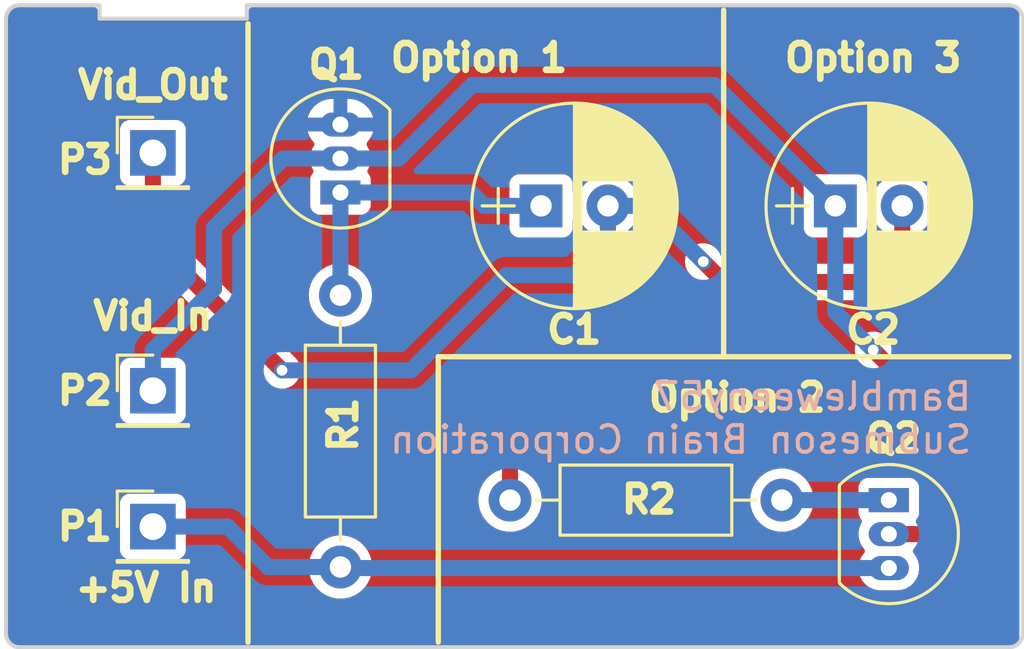
<source format=kicad_pcb>
(kicad_pcb (version 20241229) (generator "pcbnew") (generator_version "9.0")
  (title_block (title "ZX Spectrum 48K Composite MOD PCB") (date "2026-01-24") (rev "1.0") (company "Submeson Brain Corporation"))
  (layers (0 "F.Cu" signal) (2 "B.Cu" signal) (13 "F.Paste" user) (15 "B.Paste" user) (5 "F.SilkS" user "F.Silkscreen") (7 "B.SilkS" user "B.Silkscreen") (1 "F.Mask" user) (3 "B.Mask" user) (25 "Edge.Cuts" user))
  (net 0 "")
  (net 1 "Net-(C1-Pad1)")
  (net 2 "VIDEO_OUT")
  (net 3 "VIDEO_IN")
  (net 4 "+5V")
  (net 5 "GNDPWR")
  (net 6 "Net-(Q2-Pad1)")
  (footprint "Capacitors_THT:CP_Radial_D7.5mm_P2.50mm" (layer "F.Cu") (at 125 98.5)
    (property "Reference" "C1" (at 1.238 4.624 0) (layer "F.SilkS") (effects (font (thickness 0.25))))
    (property "Value" "100u" (hide yes))
    (fp_line (start -2.2 0) (end -1 0) (stroke (width 0.12)) (layer "F.SilkS"))
    (fp_line (start -1.6 -0.65) (end -1.6 0.65) (stroke (width 0.12)) (layer "F.SilkS"))
    (fp_line (start 1.25 -3.8) (end 1.25 3.8) (stroke (width 0.12)) (layer "F.SilkS"))
    (fp_line (start 1.29 -3.8) (end 1.29 3.8) (stroke (width 0.12)) (layer "F.SilkS"))
    (fp_line (start 1.33 -3.8) (end 1.33 3.8) (stroke (width 0.12)) (layer "F.SilkS"))
    (fp_line (start 1.37 -3.799) (end 1.37 3.799) (stroke (width 0.12)) (layer "F.SilkS"))
    (fp_line (start 1.41 -3.797) (end 1.41 3.797) (stroke (width 0.12)) (layer "F.SilkS"))
    (fp_line (start 1.45 -3.795) (end 1.45 3.795) (stroke (width 0.12)) (layer "F.SilkS"))
    (fp_line (start 1.49 -3.793) (end 1.49 3.793) (stroke (width 0.12)) (layer "F.SilkS"))
    (fp_line (start 1.53 -3.79) (end 1.53 -0.98) (stroke (width 0.12)) (layer "F.SilkS"))
    (fp_line (start 1.53 0.98) (end 1.53 3.79) (stroke (width 0.12)) (layer "F.SilkS"))
    (fp_line (start 1.57 -3.787) (end 1.57 -0.98) (stroke (width 0.12)) (layer "F.SilkS"))
    (fp_line (start 1.57 0.98) (end 1.57 3.787) (stroke (width 0.12)) (layer "F.SilkS"))
    (fp_line (start 1.61 -3.784) (end 1.61 -0.98) (stroke (width 0.12)) (layer "F.SilkS"))
    (fp_line (start 1.61 0.98) (end 1.61 3.784) (stroke (width 0.12)) (layer "F.SilkS"))
    (fp_line (start 1.65 -3.78) (end 1.65 -0.98) (stroke (width 0.12)) (layer "F.SilkS"))
    (fp_line (start 1.65 0.98) (end 1.65 3.78) (stroke (width 0.12)) (layer "F.SilkS"))
    (fp_line (start 1.69 -3.775) (end 1.69 -0.98) (stroke (width 0.12)) (layer "F.SilkS"))
    (fp_line (start 1.69 0.98) (end 1.69 3.775) (stroke (width 0.12)) (layer "F.SilkS"))
    (fp_line (start 1.73 -3.77) (end 1.73 -0.98) (stroke (width 0.12)) (layer "F.SilkS"))
    (fp_line (start 1.73 0.98) (end 1.73 3.77) (stroke (width 0.12)) (layer "F.SilkS"))
    (fp_line (start 1.77 -3.765) (end 1.77 -0.98) (stroke (width 0.12)) (layer "F.SilkS"))
    (fp_line (start 1.77 0.98) (end 1.77 3.765) (stroke (width 0.12)) (layer "F.SilkS"))
    (fp_line (start 1.81 -3.759) (end 1.81 -0.98) (stroke (width 0.12)) (layer "F.SilkS"))
    (fp_line (start 1.81 0.98) (end 1.81 3.759) (stroke (width 0.12)) (layer "F.SilkS"))
    (fp_line (start 1.85 -3.753) (end 1.85 -0.98) (stroke (width 0.12)) (layer "F.SilkS"))
    (fp_line (start 1.85 0.98) (end 1.85 3.753) (stroke (width 0.12)) (layer "F.SilkS"))
    (fp_line (start 1.89 -3.747) (end 1.89 -0.98) (stroke (width 0.12)) (layer "F.SilkS"))
    (fp_line (start 1.89 0.98) (end 1.89 3.747) (stroke (width 0.12)) (layer "F.SilkS"))
    (fp_line (start 1.93 -3.74) (end 1.93 -0.98) (stroke (width 0.12)) (layer "F.SilkS"))
    (fp_line (start 1.93 0.98) (end 1.93 3.74) (stroke (width 0.12)) (layer "F.SilkS"))
    (fp_line (start 1.971 -3.732) (end 1.971 -0.98) (stroke (width 0.12)) (layer "F.SilkS"))
    (fp_line (start 1.971 0.98) (end 1.971 3.732) (stroke (width 0.12)) (layer "F.SilkS"))
    (fp_line (start 2.011 -3.725) (end 2.011 -0.98) (stroke (width 0.12)) (layer "F.SilkS"))
    (fp_line (start 2.011 0.98) (end 2.011 3.725) (stroke (width 0.12)) (layer "F.SilkS"))
    (fp_line (start 2.051 -3.716) (end 2.051 -0.98) (stroke (width 0.12)) (layer "F.SilkS"))
    (fp_line (start 2.051 0.98) (end 2.051 3.716) (stroke (width 0.12)) (layer "F.SilkS"))
    (fp_line (start 2.091 -3.707) (end 2.091 -0.98) (stroke (width 0.12)) (layer "F.SilkS"))
    (fp_line (start 2.091 0.98) (end 2.091 3.707) (stroke (width 0.12)) (layer "F.SilkS"))
    (fp_line (start 2.131 -3.698) (end 2.131 -0.98) (stroke (width 0.12)) (layer "F.SilkS"))
    (fp_line (start 2.131 0.98) (end 2.131 3.698) (stroke (width 0.12)) (layer "F.SilkS"))
    (fp_line (start 2.171 -3.689) (end 2.171 -0.98) (stroke (width 0.12)) (layer "F.SilkS"))
    (fp_line (start 2.171 0.98) (end 2.171 3.689) (stroke (width 0.12)) (layer "F.SilkS"))
    (fp_line (start 2.211 -3.679) (end 2.211 -0.98) (stroke (width 0.12)) (layer "F.SilkS"))
    (fp_line (start 2.211 0.98) (end 2.211 3.679) (stroke (width 0.12)) (layer "F.SilkS"))
    (fp_line (start 2.251 -3.668) (end 2.251 -0.98) (stroke (width 0.12)) (layer "F.SilkS"))
    (fp_line (start 2.251 0.98) (end 2.251 3.668) (stroke (width 0.12)) (layer "F.SilkS"))
    (fp_line (start 2.291 -3.657) (end 2.291 -0.98) (stroke (width 0.12)) (layer "F.SilkS"))
    (fp_line (start 2.291 0.98) (end 2.291 3.657) (stroke (width 0.12)) (layer "F.SilkS"))
    (fp_line (start 2.331 -3.645) (end 2.331 -0.98) (stroke (width 0.12)) (layer "F.SilkS"))
    (fp_line (start 2.331 0.98) (end 2.331 3.645) (stroke (width 0.12)) (layer "F.SilkS"))
    (fp_line (start 2.371 -3.634) (end 2.371 -0.98) (stroke (width 0.12)) (layer "F.SilkS"))
    (fp_line (start 2.371 0.98) (end 2.371 3.634) (stroke (width 0.12)) (layer "F.SilkS"))
    (fp_line (start 2.411 -3.621) (end 2.411 -0.98) (stroke (width 0.12)) (layer "F.SilkS"))
    (fp_line (start 2.411 0.98) (end 2.411 3.621) (stroke (width 0.12)) (layer "F.SilkS"))
    (fp_line (start 2.451 -3.608) (end 2.451 -0.98) (stroke (width 0.12)) (layer "F.SilkS"))
    (fp_line (start 2.451 0.98) (end 2.451 3.608) (stroke (width 0.12)) (layer "F.SilkS"))
    (fp_line (start 2.491 -3.595) (end 2.491 -0.98) (stroke (width 0.12)) (layer "F.SilkS"))
    (fp_line (start 2.491 0.98) (end 2.491 3.595) (stroke (width 0.12)) (layer "F.SilkS"))
    (fp_line (start 2.531 -3.581) (end 2.531 -0.98) (stroke (width 0.12)) (layer "F.SilkS"))
    (fp_line (start 2.531 0.98) (end 2.531 3.581) (stroke (width 0.12)) (layer "F.SilkS"))
    (fp_line (start 2.571 -3.566) (end 2.571 -0.98) (stroke (width 0.12)) (layer "F.SilkS"))
    (fp_line (start 2.571 0.98) (end 2.571 3.566) (stroke (width 0.12)) (layer "F.SilkS"))
    (fp_line (start 2.611 -3.552) (end 2.611 -0.98) (stroke (width 0.12)) (layer "F.SilkS"))
    (fp_line (start 2.611 0.98) (end 2.611 3.552) (stroke (width 0.12)) (layer "F.SilkS"))
    (fp_line (start 2.651 -3.536) (end 2.651 -0.98) (stroke (width 0.12)) (layer "F.SilkS"))
    (fp_line (start 2.651 0.98) (end 2.651 3.536) (stroke (width 0.12)) (layer "F.SilkS"))
    (fp_line (start 2.691 -3.52) (end 2.691 -0.98) (stroke (width 0.12)) (layer "F.SilkS"))
    (fp_line (start 2.691 0.98) (end 2.691 3.52) (stroke (width 0.12)) (layer "F.SilkS"))
    (fp_line (start 2.731 -3.504) (end 2.731 -0.98) (stroke (width 0.12)) (layer "F.SilkS"))
    (fp_line (start 2.731 0.98) (end 2.731 3.504) (stroke (width 0.12)) (layer "F.SilkS"))
    (fp_line (start 2.771 -3.487) (end 2.771 -0.98) (stroke (width 0.12)) (layer "F.SilkS"))
    (fp_line (start 2.771 0.98) (end 2.771 3.487) (stroke (width 0.12)) (layer "F.SilkS"))
    (fp_line (start 2.811 -3.469) (end 2.811 -0.98) (stroke (width 0.12)) (layer "F.SilkS"))
    (fp_line (start 2.811 0.98) (end 2.811 3.469) (stroke (width 0.12)) (layer "F.SilkS"))
    (fp_line (start 2.851 -3.451) (end 2.851 -0.98) (stroke (width 0.12)) (layer "F.SilkS"))
    (fp_line (start 2.851 0.98) (end 2.851 3.451) (stroke (width 0.12)) (layer "F.SilkS"))
    (fp_line (start 2.891 -3.433) (end 2.891 -0.98) (stroke (width 0.12)) (layer "F.SilkS"))
    (fp_line (start 2.891 0.98) (end 2.891 3.433) (stroke (width 0.12)) (layer "F.SilkS"))
    (fp_line (start 2.931 -3.413) (end 2.931 -0.98) (stroke (width 0.12)) (layer "F.SilkS"))
    (fp_line (start 2.931 0.98) (end 2.931 3.413) (stroke (width 0.12)) (layer "F.SilkS"))
    (fp_line (start 2.971 -3.394) (end 2.971 -0.98) (stroke (width 0.12)) (layer "F.SilkS"))
    (fp_line (start 2.971 0.98) (end 2.971 3.394) (stroke (width 0.12)) (layer "F.SilkS"))
    (fp_line (start 3.011 -3.373) (end 3.011 -0.98) (stroke (width 0.12)) (layer "F.SilkS"))
    (fp_line (start 3.011 0.98) (end 3.011 3.373) (stroke (width 0.12)) (layer "F.SilkS"))
    (fp_line (start 3.051 -3.352) (end 3.051 -0.98) (stroke (width 0.12)) (layer "F.SilkS"))
    (fp_line (start 3.051 0.98) (end 3.051 3.352) (stroke (width 0.12)) (layer "F.SilkS"))
    (fp_line (start 3.091 -3.331) (end 3.091 -0.98) (stroke (width 0.12)) (layer "F.SilkS"))
    (fp_line (start 3.091 0.98) (end 3.091 3.331) (stroke (width 0.12)) (layer "F.SilkS"))
    (fp_line (start 3.131 -3.309) (end 3.131 -0.98) (stroke (width 0.12)) (layer "F.SilkS"))
    (fp_line (start 3.131 0.98) (end 3.131 3.309) (stroke (width 0.12)) (layer "F.SilkS"))
    (fp_line (start 3.171 -3.286) (end 3.171 -0.98) (stroke (width 0.12)) (layer "F.SilkS"))
    (fp_line (start 3.171 0.98) (end 3.171 3.286) (stroke (width 0.12)) (layer "F.SilkS"))
    (fp_line (start 3.211 -3.263) (end 3.211 -0.98) (stroke (width 0.12)) (layer "F.SilkS"))
    (fp_line (start 3.211 0.98) (end 3.211 3.263) (stroke (width 0.12)) (layer "F.SilkS"))
    (fp_line (start 3.251 -3.239) (end 3.251 -0.98) (stroke (width 0.12)) (layer "F.SilkS"))
    (fp_line (start 3.251 0.98) (end 3.251 3.239) (stroke (width 0.12)) (layer "F.SilkS"))
    (fp_line (start 3.291 -3.214) (end 3.291 -0.98) (stroke (width 0.12)) (layer "F.SilkS"))
    (fp_line (start 3.291 0.98) (end 3.291 3.214) (stroke (width 0.12)) (layer "F.SilkS"))
    (fp_line (start 3.331 -3.188) (end 3.331 -0.98) (stroke (width 0.12)) (layer "F.SilkS"))
    (fp_line (start 3.331 0.98) (end 3.331 3.188) (stroke (width 0.12)) (layer "F.SilkS"))
    (fp_line (start 3.371 -3.162) (end 3.371 -0.98) (stroke (width 0.12)) (layer "F.SilkS"))
    (fp_line (start 3.371 0.98) (end 3.371 3.162) (stroke (width 0.12)) (layer "F.SilkS"))
    (fp_line (start 3.411 -3.135) (end 3.411 -0.98) (stroke (width 0.12)) (layer "F.SilkS"))
    (fp_line (start 3.411 0.98) (end 3.411 3.135) (stroke (width 0.12)) (layer "F.SilkS"))
    (fp_line (start 3.451 -3.108) (end 3.451 -0.98) (stroke (width 0.12)) (layer "F.SilkS"))
    (fp_line (start 3.451 0.98) (end 3.451 3.108) (stroke (width 0.12)) (layer "F.SilkS"))
    (fp_line (start 3.491 -3.079) (end 3.491 3.079) (stroke (width 0.12)) (layer "F.SilkS"))
    (fp_line (start 3.531 -3.05) (end 3.531 3.05) (stroke (width 0.12)) (layer "F.SilkS"))
    (fp_line (start 3.571 -3.02) (end 3.571 3.02) (stroke (width 0.12)) (layer "F.SilkS"))
    (fp_line (start 3.611 -2.99) (end 3.611 2.99) (stroke (width 0.12)) (layer "F.SilkS"))
    (fp_line (start 3.651 -2.958) (end 3.651 2.958) (stroke (width 0.12)) (layer "F.SilkS"))
    (fp_line (start 3.691 -2.926) (end 3.691 2.926) (stroke (width 0.12)) (layer "F.SilkS"))
    (fp_line (start 3.731 -2.892) (end 3.731 2.892) (stroke (width 0.12)) (layer "F.SilkS"))
    (fp_line (start 3.771 -2.858) (end 3.771 2.858) (stroke (width 0.12)) (layer "F.SilkS"))
    (fp_line (start 3.811 -2.823) (end 3.811 2.823) (stroke (width 0.12)) (layer "F.SilkS"))
    (fp_line (start 3.851 -2.786) (end 3.851 2.786) (stroke (width 0.12)) (layer "F.SilkS"))
    (fp_line (start 3.891 -2.749) (end 3.891 2.749) (stroke (width 0.12)) (layer "F.SilkS"))
    (fp_line (start 3.931 -2.711) (end 3.931 2.711) (stroke (width 0.12)) (layer "F.SilkS"))
    (fp_line (start 3.971 -2.671) (end 3.971 2.671) (stroke (width 0.12)) (layer "F.SilkS"))
    (fp_line (start 4.011 -2.63) (end 4.011 2.63) (stroke (width 0.12)) (layer "F.SilkS"))
    (fp_line (start 4.051 -2.588) (end 4.051 2.588) (stroke (width 0.12)) (layer "F.SilkS"))
    (fp_line (start 4.091 -2.545) (end 4.091 2.545) (stroke (width 0.12)) (layer "F.SilkS"))
    (fp_line (start 4.131 -2.5) (end 4.131 2.5) (stroke (width 0.12)) (layer "F.SilkS"))
    (fp_line (start 4.171 -2.454) (end 4.171 2.454) (stroke (width 0.12)) (layer "F.SilkS"))
    (fp_line (start 4.211 -2.407) (end 4.211 2.407) (stroke (width 0.12)) (layer "F.SilkS"))
    (fp_line (start 4.251 -2.357) (end 4.251 2.357) (stroke (width 0.12)) (layer "F.SilkS"))
    (fp_line (start 4.291 -2.307) (end 4.291 2.307) (stroke (width 0.12)) (layer "F.SilkS"))
    (fp_line (start 4.331 -2.254) (end 4.331 2.254) (stroke (width 0.12)) (layer "F.SilkS"))
    (fp_line (start 4.371 -2.199) (end 4.371 2.199) (stroke (width 0.12)) (layer "F.SilkS"))
    (fp_line (start 4.411 -2.142) (end 4.411 2.142) (stroke (width 0.12)) (layer "F.SilkS"))
    (fp_line (start 4.451 -2.083) (end 4.451 2.083) (stroke (width 0.12)) (layer "F.SilkS"))
    (fp_line (start 4.491 -2.022) (end 4.491 2.022) (stroke (width 0.12)) (layer "F.SilkS"))
    (fp_line (start 4.531 -1.957) (end 4.531 1.957) (stroke (width 0.12)) (layer "F.SilkS"))
    (fp_line (start 4.571 -1.89) (end 4.571 1.89) (stroke (width 0.12)) (layer "F.SilkS"))
    (fp_line (start 4.611 -1.82) (end 4.611 1.82) (stroke (width 0.12)) (layer "F.SilkS"))
    (fp_line (start 4.651 -1.745) (end 4.651 1.745) (stroke (width 0.12)) (layer "F.SilkS"))
    (fp_line (start 4.691 -1.667) (end 4.691 1.667) (stroke (width 0.12)) (layer "F.SilkS"))
    (fp_line (start 4.731 -1.584) (end 4.731 1.584) (stroke (width 0.12)) (layer "F.SilkS"))
    (fp_line (start 4.771 -1.495) (end 4.771 1.495) (stroke (width 0.12)) (layer "F.SilkS"))
    (fp_line (start 4.811 -1.4) (end 4.811 1.4) (stroke (width 0.12)) (layer "F.SilkS"))
    (fp_line (start 4.851 -1.297) (end 4.851 1.297) (stroke (width 0.12)) (layer "F.SilkS"))
    (fp_line (start 4.891 -1.184) (end 4.891 1.184) (stroke (width 0.12)) (layer "F.SilkS"))
    (fp_line (start 4.931 -1.057) (end 4.931 1.057) (stroke (width 0.12)) (layer "F.SilkS"))
    (fp_line (start 4.971 -0.913) (end 4.971 0.913) (stroke (width 0.12)) (layer "F.SilkS"))
    (fp_line (start 5.011 -0.74) (end 5.011 0.74) (stroke (width 0.12)) (layer "F.SilkS"))
    (fp_line (start 5.051 -0.513) (end 5.051 0.513) (stroke (width 0.12)) (layer "F.SilkS"))
    (fp_circle (center 1.25 0) (end 5.09 0) (stroke (width 0.12)) (fill no) (layer "F.SilkS"))
    (pad "1" thru_hole rect (at 0 0) (size 1.6 1.6) (drill 0.8) (layers "*.Cu" "*.Mask") (net 1 "Net-(C1-Pad1)"))
    (pad "2" thru_hole circle (at 2.5 0) (size 1.6 1.6) (drill 0.8) (layers "*.Cu" "*.Mask") (net 2 "VIDEO_OUT"))
  )
  (footprint "Capacitors_THT:CP_Radial_D7.5mm_P2.50mm" (layer "F.Cu") (at 136 98.5)
    (property "Reference" "C2" (at 1.414 4.624 0) (layer "F.SilkS") (effects (font (thickness 0.25))))
    (property "Value" "100u" (hide yes))
    (fp_line (start -2.2 0) (end -1 0) (stroke (width 0.12)) (layer "F.SilkS"))
    (fp_line (start -1.6 -0.65) (end -1.6 0.65) (stroke (width 0.12)) (layer "F.SilkS"))
    (fp_line (start 1.25 -3.8) (end 1.25 3.8) (stroke (width 0.12)) (layer "F.SilkS"))
    (fp_line (start 1.29 -3.8) (end 1.29 3.8) (stroke (width 0.12)) (layer "F.SilkS"))
    (fp_line (start 1.33 -3.8) (end 1.33 3.8) (stroke (width 0.12)) (layer "F.SilkS"))
    (fp_line (start 1.37 -3.799) (end 1.37 3.799) (stroke (width 0.12)) (layer "F.SilkS"))
    (fp_line (start 1.41 -3.797) (end 1.41 3.797) (stroke (width 0.12)) (layer "F.SilkS"))
    (fp_line (start 1.45 -3.795) (end 1.45 3.795) (stroke (width 0.12)) (layer "F.SilkS"))
    (fp_line (start 1.49 -3.793) (end 1.49 3.793) (stroke (width 0.12)) (layer "F.SilkS"))
    (fp_line (start 1.53 -3.79) (end 1.53 -0.98) (stroke (width 0.12)) (layer "F.SilkS"))
    (fp_line (start 1.53 0.98) (end 1.53 3.79) (stroke (width 0.12)) (layer "F.SilkS"))
    (fp_line (start 1.57 -3.787) (end 1.57 -0.98) (stroke (width 0.12)) (layer "F.SilkS"))
    (fp_line (start 1.57 0.98) (end 1.57 3.787) (stroke (width 0.12)) (layer "F.SilkS"))
    (fp_line (start 1.61 -3.784) (end 1.61 -0.98) (stroke (width 0.12)) (layer "F.SilkS"))
    (fp_line (start 1.61 0.98) (end 1.61 3.784) (stroke (width 0.12)) (layer "F.SilkS"))
    (fp_line (start 1.65 -3.78) (end 1.65 -0.98) (stroke (width 0.12)) (layer "F.SilkS"))
    (fp_line (start 1.65 0.98) (end 1.65 3.78) (stroke (width 0.12)) (layer "F.SilkS"))
    (fp_line (start 1.69 -3.775) (end 1.69 -0.98) (stroke (width 0.12)) (layer "F.SilkS"))
    (fp_line (start 1.69 0.98) (end 1.69 3.775) (stroke (width 0.12)) (layer "F.SilkS"))
    (fp_line (start 1.73 -3.77) (end 1.73 -0.98) (stroke (width 0.12)) (layer "F.SilkS"))
    (fp_line (start 1.73 0.98) (end 1.73 3.77) (stroke (width 0.12)) (layer "F.SilkS"))
    (fp_line (start 1.77 -3.765) (end 1.77 -0.98) (stroke (width 0.12)) (layer "F.SilkS"))
    (fp_line (start 1.77 0.98) (end 1.77 3.765) (stroke (width 0.12)) (layer "F.SilkS"))
    (fp_line (start 1.81 -3.759) (end 1.81 -0.98) (stroke (width 0.12)) (layer "F.SilkS"))
    (fp_line (start 1.81 0.98) (end 1.81 3.759) (stroke (width 0.12)) (layer "F.SilkS"))
    (fp_line (start 1.85 -3.753) (end 1.85 -0.98) (stroke (width 0.12)) (layer "F.SilkS"))
    (fp_line (start 1.85 0.98) (end 1.85 3.753) (stroke (width 0.12)) (layer "F.SilkS"))
    (fp_line (start 1.89 -3.747) (end 1.89 -0.98) (stroke (width 0.12)) (layer "F.SilkS"))
    (fp_line (start 1.89 0.98) (end 1.89 3.747) (stroke (width 0.12)) (layer "F.SilkS"))
    (fp_line (start 1.93 -3.74) (end 1.93 -0.98) (stroke (width 0.12)) (layer "F.SilkS"))
    (fp_line (start 1.93 0.98) (end 1.93 3.74) (stroke (width 0.12)) (layer "F.SilkS"))
    (fp_line (start 1.971 -3.732) (end 1.971 -0.98) (stroke (width 0.12)) (layer "F.SilkS"))
    (fp_line (start 1.971 0.98) (end 1.971 3.732) (stroke (width 0.12)) (layer "F.SilkS"))
    (fp_line (start 2.011 -3.725) (end 2.011 -0.98) (stroke (width 0.12)) (layer "F.SilkS"))
    (fp_line (start 2.011 0.98) (end 2.011 3.725) (stroke (width 0.12)) (layer "F.SilkS"))
    (fp_line (start 2.051 -3.716) (end 2.051 -0.98) (stroke (width 0.12)) (layer "F.SilkS"))
    (fp_line (start 2.051 0.98) (end 2.051 3.716) (stroke (width 0.12)) (layer "F.SilkS"))
    (fp_line (start 2.091 -3.707) (end 2.091 -0.98) (stroke (width 0.12)) (layer "F.SilkS"))
    (fp_line (start 2.091 0.98) (end 2.091 3.707) (stroke (width 0.12)) (layer "F.SilkS"))
    (fp_line (start 2.131 -3.698) (end 2.131 -0.98) (stroke (width 0.12)) (layer "F.SilkS"))
    (fp_line (start 2.131 0.98) (end 2.131 3.698) (stroke (width 0.12)) (layer "F.SilkS"))
    (fp_line (start 2.171 -3.689) (end 2.171 -0.98) (stroke (width 0.12)) (layer "F.SilkS"))
    (fp_line (start 2.171 0.98) (end 2.171 3.689) (stroke (width 0.12)) (layer "F.SilkS"))
    (fp_line (start 2.211 -3.679) (end 2.211 -0.98) (stroke (width 0.12)) (layer "F.SilkS"))
    (fp_line (start 2.211 0.98) (end 2.211 3.679) (stroke (width 0.12)) (layer "F.SilkS"))
    (fp_line (start 2.251 -3.668) (end 2.251 -0.98) (stroke (width 0.12)) (layer "F.SilkS"))
    (fp_line (start 2.251 0.98) (end 2.251 3.668) (stroke (width 0.12)) (layer "F.SilkS"))
    (fp_line (start 2.291 -3.657) (end 2.291 -0.98) (stroke (width 0.12)) (layer "F.SilkS"))
    (fp_line (start 2.291 0.98) (end 2.291 3.657) (stroke (width 0.12)) (layer "F.SilkS"))
    (fp_line (start 2.331 -3.645) (end 2.331 -0.98) (stroke (width 0.12)) (layer "F.SilkS"))
    (fp_line (start 2.331 0.98) (end 2.331 3.645) (stroke (width 0.12)) (layer "F.SilkS"))
    (fp_line (start 2.371 -3.634) (end 2.371 -0.98) (stroke (width 0.12)) (layer "F.SilkS"))
    (fp_line (start 2.371 0.98) (end 2.371 3.634) (stroke (width 0.12)) (layer "F.SilkS"))
    (fp_line (start 2.411 -3.621) (end 2.411 -0.98) (stroke (width 0.12)) (layer "F.SilkS"))
    (fp_line (start 2.411 0.98) (end 2.411 3.621) (stroke (width 0.12)) (layer "F.SilkS"))
    (fp_line (start 2.451 -3.608) (end 2.451 -0.98) (stroke (width 0.12)) (layer "F.SilkS"))
    (fp_line (start 2.451 0.98) (end 2.451 3.608) (stroke (width 0.12)) (layer "F.SilkS"))
    (fp_line (start 2.491 -3.595) (end 2.491 -0.98) (stroke (width 0.12)) (layer "F.SilkS"))
    (fp_line (start 2.491 0.98) (end 2.491 3.595) (stroke (width 0.12)) (layer "F.SilkS"))
    (fp_line (start 2.531 -3.581) (end 2.531 -0.98) (stroke (width 0.12)) (layer "F.SilkS"))
    (fp_line (start 2.531 0.98) (end 2.531 3.581) (stroke (width 0.12)) (layer "F.SilkS"))
    (fp_line (start 2.571 -3.566) (end 2.571 -0.98) (stroke (width 0.12)) (layer "F.SilkS"))
    (fp_line (start 2.571 0.98) (end 2.571 3.566) (stroke (width 0.12)) (layer "F.SilkS"))
    (fp_line (start 2.611 -3.552) (end 2.611 -0.98) (stroke (width 0.12)) (layer "F.SilkS"))
    (fp_line (start 2.611 0.98) (end 2.611 3.552) (stroke (width 0.12)) (layer "F.SilkS"))
    (fp_line (start 2.651 -3.536) (end 2.651 -0.98) (stroke (width 0.12)) (layer "F.SilkS"))
    (fp_line (start 2.651 0.98) (end 2.651 3.536) (stroke (width 0.12)) (layer "F.SilkS"))
    (fp_line (start 2.691 -3.52) (end 2.691 -0.98) (stroke (width 0.12)) (layer "F.SilkS"))
    (fp_line (start 2.691 0.98) (end 2.691 3.52) (stroke (width 0.12)) (layer "F.SilkS"))
    (fp_line (start 2.731 -3.504) (end 2.731 -0.98) (stroke (width 0.12)) (layer "F.SilkS"))
    (fp_line (start 2.731 0.98) (end 2.731 3.504) (stroke (width 0.12)) (layer "F.SilkS"))
    (fp_line (start 2.771 -3.487) (end 2.771 -0.98) (stroke (width 0.12)) (layer "F.SilkS"))
    (fp_line (start 2.771 0.98) (end 2.771 3.487) (stroke (width 0.12)) (layer "F.SilkS"))
    (fp_line (start 2.811 -3.469) (end 2.811 -0.98) (stroke (width 0.12)) (layer "F.SilkS"))
    (fp_line (start 2.811 0.98) (end 2.811 3.469) (stroke (width 0.12)) (layer "F.SilkS"))
    (fp_line (start 2.851 -3.451) (end 2.851 -0.98) (stroke (width 0.12)) (layer "F.SilkS"))
    (fp_line (start 2.851 0.98) (end 2.851 3.451) (stroke (width 0.12)) (layer "F.SilkS"))
    (fp_line (start 2.891 -3.433) (end 2.891 -0.98) (stroke (width 0.12)) (layer "F.SilkS"))
    (fp_line (start 2.891 0.98) (end 2.891 3.433) (stroke (width 0.12)) (layer "F.SilkS"))
    (fp_line (start 2.931 -3.413) (end 2.931 -0.98) (stroke (width 0.12)) (layer "F.SilkS"))
    (fp_line (start 2.931 0.98) (end 2.931 3.413) (stroke (width 0.12)) (layer "F.SilkS"))
    (fp_line (start 2.971 -3.394) (end 2.971 -0.98) (stroke (width 0.12)) (layer "F.SilkS"))
    (fp_line (start 2.971 0.98) (end 2.971 3.394) (stroke (width 0.12)) (layer "F.SilkS"))
    (fp_line (start 3.011 -3.373) (end 3.011 -0.98) (stroke (width 0.12)) (layer "F.SilkS"))
    (fp_line (start 3.011 0.98) (end 3.011 3.373) (stroke (width 0.12)) (layer "F.SilkS"))
    (fp_line (start 3.051 -3.352) (end 3.051 -0.98) (stroke (width 0.12)) (layer "F.SilkS"))
    (fp_line (start 3.051 0.98) (end 3.051 3.352) (stroke (width 0.12)) (layer "F.SilkS"))
    (fp_line (start 3.091 -3.331) (end 3.091 -0.98) (stroke (width 0.12)) (layer "F.SilkS"))
    (fp_line (start 3.091 0.98) (end 3.091 3.331) (stroke (width 0.12)) (layer "F.SilkS"))
    (fp_line (start 3.131 -3.309) (end 3.131 -0.98) (stroke (width 0.12)) (layer "F.SilkS"))
    (fp_line (start 3.131 0.98) (end 3.131 3.309) (stroke (width 0.12)) (layer "F.SilkS"))
    (fp_line (start 3.171 -3.286) (end 3.171 -0.98) (stroke (width 0.12)) (layer "F.SilkS"))
    (fp_line (start 3.171 0.98) (end 3.171 3.286) (stroke (width 0.12)) (layer "F.SilkS"))
    (fp_line (start 3.211 -3.263) (end 3.211 -0.98) (stroke (width 0.12)) (layer "F.SilkS"))
    (fp_line (start 3.211 0.98) (end 3.211 3.263) (stroke (width 0.12)) (layer "F.SilkS"))
    (fp_line (start 3.251 -3.239) (end 3.251 -0.98) (stroke (width 0.12)) (layer "F.SilkS"))
    (fp_line (start 3.251 0.98) (end 3.251 3.239) (stroke (width 0.12)) (layer "F.SilkS"))
    (fp_line (start 3.291 -3.214) (end 3.291 -0.98) (stroke (width 0.12)) (layer "F.SilkS"))
    (fp_line (start 3.291 0.98) (end 3.291 3.214) (stroke (width 0.12)) (layer "F.SilkS"))
    (fp_line (start 3.331 -3.188) (end 3.331 -0.98) (stroke (width 0.12)) (layer "F.SilkS"))
    (fp_line (start 3.331 0.98) (end 3.331 3.188) (stroke (width 0.12)) (layer "F.SilkS"))
    (fp_line (start 3.371 -3.162) (end 3.371 -0.98) (stroke (width 0.12)) (layer "F.SilkS"))
    (fp_line (start 3.371 0.98) (end 3.371 3.162) (stroke (width 0.12)) (layer "F.SilkS"))
    (fp_line (start 3.411 -3.135) (end 3.411 -0.98) (stroke (width 0.12)) (layer "F.SilkS"))
    (fp_line (start 3.411 0.98) (end 3.411 3.135) (stroke (width 0.12)) (layer "F.SilkS"))
    (fp_line (start 3.451 -3.108) (end 3.451 -0.98) (stroke (width 0.12)) (layer "F.SilkS"))
    (fp_line (start 3.451 0.98) (end 3.451 3.108) (stroke (width 0.12)) (layer "F.SilkS"))
    (fp_line (start 3.491 -3.079) (end 3.491 3.079) (stroke (width 0.12)) (layer "F.SilkS"))
    (fp_line (start 3.531 -3.05) (end 3.531 3.05) (stroke (width 0.12)) (layer "F.SilkS"))
    (fp_line (start 3.571 -3.02) (end 3.571 3.02) (stroke (width 0.12)) (layer "F.SilkS"))
    (fp_line (start 3.611 -2.99) (end 3.611 2.99) (stroke (width 0.12)) (layer "F.SilkS"))
    (fp_line (start 3.651 -2.958) (end 3.651 2.958) (stroke (width 0.12)) (layer "F.SilkS"))
    (fp_line (start 3.691 -2.926) (end 3.691 2.926) (stroke (width 0.12)) (layer "F.SilkS"))
    (fp_line (start 3.731 -2.892) (end 3.731 2.892) (stroke (width 0.12)) (layer "F.SilkS"))
    (fp_line (start 3.771 -2.858) (end 3.771 2.858) (stroke (width 0.12)) (layer "F.SilkS"))
    (fp_line (start 3.811 -2.823) (end 3.811 2.823) (stroke (width 0.12)) (layer "F.SilkS"))
    (fp_line (start 3.851 -2.786) (end 3.851 2.786) (stroke (width 0.12)) (layer "F.SilkS"))
    (fp_line (start 3.891 -2.749) (end 3.891 2.749) (stroke (width 0.12)) (layer "F.SilkS"))
    (fp_line (start 3.931 -2.711) (end 3.931 2.711) (stroke (width 0.12)) (layer "F.SilkS"))
    (fp_line (start 3.971 -2.671) (end 3.971 2.671) (stroke (width 0.12)) (layer "F.SilkS"))
    (fp_line (start 4.011 -2.63) (end 4.011 2.63) (stroke (width 0.12)) (layer "F.SilkS"))
    (fp_line (start 4.051 -2.588) (end 4.051 2.588) (stroke (width 0.12)) (layer "F.SilkS"))
    (fp_line (start 4.091 -2.545) (end 4.091 2.545) (stroke (width 0.12)) (layer "F.SilkS"))
    (fp_line (start 4.131 -2.5) (end 4.131 2.5) (stroke (width 0.12)) (layer "F.SilkS"))
    (fp_line (start 4.171 -2.454) (end 4.171 2.454) (stroke (width 0.12)) (layer "F.SilkS"))
    (fp_line (start 4.211 -2.407) (end 4.211 2.407) (stroke (width 0.12)) (layer "F.SilkS"))
    (fp_line (start 4.251 -2.357) (end 4.251 2.357) (stroke (width 0.12)) (layer "F.SilkS"))
    (fp_line (start 4.291 -2.307) (end 4.291 2.307) (stroke (width 0.12)) (layer "F.SilkS"))
    (fp_line (start 4.331 -2.254) (end 4.331 2.254) (stroke (width 0.12)) (layer "F.SilkS"))
    (fp_line (start 4.371 -2.199) (end 4.371 2.199) (stroke (width 0.12)) (layer "F.SilkS"))
    (fp_line (start 4.411 -2.142) (end 4.411 2.142) (stroke (width 0.12)) (layer "F.SilkS"))
    (fp_line (start 4.451 -2.083) (end 4.451 2.083) (stroke (width 0.12)) (layer "F.SilkS"))
    (fp_line (start 4.491 -2.022) (end 4.491 2.022) (stroke (width 0.12)) (layer "F.SilkS"))
    (fp_line (start 4.531 -1.957) (end 4.531 1.957) (stroke (width 0.12)) (layer "F.SilkS"))
    (fp_line (start 4.571 -1.89) (end 4.571 1.89) (stroke (width 0.12)) (layer "F.SilkS"))
    (fp_line (start 4.611 -1.82) (end 4.611 1.82) (stroke (width 0.12)) (layer "F.SilkS"))
    (fp_line (start 4.651 -1.745) (end 4.651 1.745) (stroke (width 0.12)) (layer "F.SilkS"))
    (fp_line (start 4.691 -1.667) (end 4.691 1.667) (stroke (width 0.12)) (layer "F.SilkS"))
    (fp_line (start 4.731 -1.584) (end 4.731 1.584) (stroke (width 0.12)) (layer "F.SilkS"))
    (fp_line (start 4.771 -1.495) (end 4.771 1.495) (stroke (width 0.12)) (layer "F.SilkS"))
    (fp_line (start 4.811 -1.4) (end 4.811 1.4) (stroke (width 0.12)) (layer "F.SilkS"))
    (fp_line (start 4.851 -1.297) (end 4.851 1.297) (stroke (width 0.12)) (layer "F.SilkS"))
    (fp_line (start 4.891 -1.184) (end 4.891 1.184) (stroke (width 0.12)) (layer "F.SilkS"))
    (fp_line (start 4.931 -1.057) (end 4.931 1.057) (stroke (width 0.12)) (layer "F.SilkS"))
    (fp_line (start 4.971 -0.913) (end 4.971 0.913) (stroke (width 0.12)) (layer "F.SilkS"))
    (fp_line (start 5.011 -0.74) (end 5.011 0.74) (stroke (width 0.12)) (layer "F.SilkS"))
    (fp_line (start 5.051 -0.513) (end 5.051 0.513) (stroke (width 0.12)) (layer "F.SilkS"))
    (fp_circle (center 1.25 0) (end 5.09 0) (stroke (width 0.12)) (fill no) (layer "F.SilkS"))
    (pad "1" thru_hole rect (at 0 0) (size 1.6 1.6) (drill 0.8) (layers "*.Cu" "*.Mask") (net 3 "VIDEO_IN"))
    (pad "2" thru_hole circle (at 2.5 0) (size 1.6 1.6) (drill 0.8) (layers "*.Cu" "*.Mask") (net 2 "VIDEO_OUT"))
  )
  (footprint "Pin_Headers:Pin_Header_Straight_1x01_Pitch2.54mm" (layer "F.Cu") (at 110.49 110.49)
    (property "Reference" "P1" (at -2.54 0 0) (layer "F.SilkS") (effects (font (thickness 0.25))))
    (property "Value" "CONN_1" (hide yes))
    (fp_line (start -1.33 -1.33) (end 0 -1.33) (stroke (width 0.12)) (layer "F.SilkS"))
    (fp_line (start -1.33 0) (end -1.33 -1.33) (stroke (width 0.12)) (layer "F.SilkS"))
    (fp_line (start -1.33 1.27) (end -1.33 1.33) (stroke (width 0.12)) (layer "F.SilkS"))
    (fp_line (start -1.33 1.27) (end 1.33 1.27) (stroke (width 0.12)) (layer "F.SilkS"))
    (fp_line (start -1.33 1.33) (end 1.33 1.33) (stroke (width 0.12)) (layer "F.SilkS"))
    (fp_line (start 1.33 1.27) (end 1.33 1.33) (stroke (width 0.12)) (layer "F.SilkS"))
    (pad "1" thru_hole rect (at 0 0) (size 1.7 1.7) (drill 1) (layers "*.Cu" "*.Mask") (net 4 "+5V"))
  )
  (footprint "Pin_Headers:Pin_Header_Straight_1x01_Pitch2.54mm" (layer "F.Cu") (at 110.49 105.41)
    (property "Reference" "P2" (at -2.54 0 0) (layer "F.SilkS") (effects (font (thickness 0.25))))
    (property "Value" "CONN_1" (hide yes))
    (fp_line (start -1.33 -1.33) (end 0 -1.33) (stroke (width 0.12)) (layer "F.SilkS"))
    (fp_line (start -1.33 0) (end -1.33 -1.33) (stroke (width 0.12)) (layer "F.SilkS"))
    (fp_line (start -1.33 1.27) (end -1.33 1.33) (stroke (width 0.12)) (layer "F.SilkS"))
    (fp_line (start -1.33 1.27) (end 1.33 1.27) (stroke (width 0.12)) (layer "F.SilkS"))
    (fp_line (start -1.33 1.33) (end 1.33 1.33) (stroke (width 0.12)) (layer "F.SilkS"))
    (fp_line (start 1.33 1.27) (end 1.33 1.33) (stroke (width 0.12)) (layer "F.SilkS"))
    (pad "1" thru_hole rect (at 0 0) (size 1.7 1.7) (drill 1) (layers "*.Cu" "*.Mask") (net 3 "VIDEO_IN"))
  )
  (footprint "Pin_Headers:Pin_Header_Straight_1x01_Pitch2.54mm" (layer "F.Cu") (at 110.49 96.52)
    (property "Reference" "P3" (at -2.54 0.254 0) (layer "F.SilkS") (effects (font (thickness 0.25))))
    (property "Value" "CONN_1" (hide yes))
    (fp_line (start -1.33 -1.33) (end 0 -1.33) (stroke (width 0.12)) (layer "F.SilkS"))
    (fp_line (start -1.33 0) (end -1.33 -1.33) (stroke (width 0.12)) (layer "F.SilkS"))
    (fp_line (start -1.33 1.27) (end -1.33 1.33) (stroke (width 0.12)) (layer "F.SilkS"))
    (fp_line (start -1.33 1.27) (end 1.33 1.27) (stroke (width 0.12)) (layer "F.SilkS"))
    (fp_line (start -1.33 1.33) (end 1.33 1.33) (stroke (width 0.12)) (layer "F.SilkS"))
    (fp_line (start 1.33 1.27) (end 1.33 1.33) (stroke (width 0.12)) (layer "F.SilkS"))
    (pad "1" thru_hole rect (at 0 0) (size 1.7 1.7) (drill 1) (layers "*.Cu" "*.Mask") (net 2 "VIDEO_OUT"))
  )
  (footprint "TO_SOT_Packages_THT:TO-92_Inline_Narrow_Oval" (layer "F.Cu") (at 117.5 98 90)
    (property "Reference" "Q1" (at 4.782 -0.152 180) (layer "F.SilkS") (effects (font (thickness 0.25))))
    (property "Value" "2N3906" (hide yes))
    (fp_line (start -0.53 1.85) (end 3.07 1.85) (stroke (width 0.12)) (layer "F.SilkS"))
    (fp_arc (start 1.27 -2.6) (mid 3.672087 -0.994977) (end 3.108478 1.838478) (stroke (width 0.12)) (layer "F.SilkS"))
    (fp_arc (start -0.568478 1.838478) (mid -1.132087 -0.994977) (end 1.27 -2.6) (stroke (width 0.12)) (layer "F.SilkS"))
    (pad "1" thru_hole rect (at 0 0 270) (size 0.9 1.5) (drill 0.6) (layers "*.Cu" "*.Mask") (net 1 "Net-(C1-Pad1)"))
    (pad "2" thru_hole oval (at 1.27 0 270) (size 0.9 1.5) (drill 0.6) (layers "*.Cu" "*.Mask") (net 3 "VIDEO_IN"))
    (pad "3" thru_hole oval (at 2.54 0 270) (size 0.9 1.5) (drill 0.6) (layers "*.Cu" "*.Mask") (net 5 "GNDPWR"))
  )
  (footprint "TO_SOT_Packages_THT:TO-92_Inline_Narrow_Oval" (layer "F.Cu") (at 138 109.5 -90)
    (property "Reference" "Q2" (at -2.312 -0.176 0) (layer "F.SilkS") (effects (font (thickness 0.25))))
    (property "Value" "NPN" (hide yes))
    (fp_line (start -0.53 1.85) (end 3.07 1.85) (stroke (width 0.12)) (layer "F.SilkS"))
    (fp_arc (start -0.568478 1.838478) (mid -1.132087 -0.994977) (end 1.27 -2.6) (stroke (width 0.12)) (layer "F.SilkS"))
    (fp_arc (start 1.27 -2.6) (mid 3.672087 -0.994977) (end 3.108478 1.838478) (stroke (width 0.12)) (layer "F.SilkS"))
    (pad "1" thru_hole rect (at 0 0 90) (size 0.9 1.5) (drill 0.6) (layers "*.Cu" "*.Mask") (net 6 "Net-(Q2-Pad1)"))
    (pad "2" thru_hole oval (at 1.27 0 90) (size 0.9 1.5) (drill 0.6) (layers "*.Cu" "*.Mask") (net 3 "VIDEO_IN"))
    (pad "3" thru_hole oval (at 2.54 0 90) (size 0.9 1.5) (drill 0.6) (layers "*.Cu" "*.Mask") (net 4 "+5V"))
  )
  (footprint "Resistors_THT:R_Axial_DIN0207_L6.3mm_D2.5mm_P10.16mm_Horizontal" (layer "F.Cu") (at 117.5 112 90)
    (property "Reference" "R1" (at 5.32 0.102 90) (layer "F.SilkS") (effects (font (thickness 0.25))))
    (property "Value" "100R" (hide yes))
    (fp_line (start 8.29 -1.31) (end 1.87 -1.31) (stroke (width 0.12)) (layer "F.SilkS"))
    (fp_line (start 1.87 -1.31) (end 1.87 1.31) (stroke (width 0.12)) (layer "F.SilkS"))
    (fp_line (start 9.18 0) (end 8.29 0) (stroke (width 0.12)) (layer "F.SilkS"))
    (fp_line (start 0.98 0) (end 1.87 0) (stroke (width 0.12)) (layer "F.SilkS"))
    (fp_line (start 8.29 1.31) (end 8.29 -1.31) (stroke (width 0.12)) (layer "F.SilkS"))
    (fp_line (start 1.87 1.31) (end 8.29 1.31) (stroke (width 0.12)) (layer "F.SilkS"))
    (pad "1" thru_hole circle (at 0 0 90) (size 1.6 1.6) (drill 0.8) (layers "*.Cu" "*.Mask") (net 4 "+5V"))
    (pad "2" thru_hole oval (at 10.16 0 90) (size 1.6 1.6) (drill 0.8) (layers "*.Cu" "*.Mask") (net 1 "Net-(C1-Pad1)"))
  )
  (footprint "Resistors_THT:R_Axial_DIN0207_L6.3mm_D2.5mm_P10.16mm_Horizontal" (layer "F.Cu") (at 134 109.5 180)
    (property "Reference" "R2" (at 4.968 0.026 180) (layer "F.SilkS") (effects (font (thickness 0.25))))
    (property "Value" "100R" (hide yes))
    (fp_line (start 9.18 0) (end 8.29 0) (stroke (width 0.12)) (layer "F.SilkS"))
    (fp_line (start 8.29 1.31) (end 8.29 -1.31) (stroke (width 0.12)) (layer "F.SilkS"))
    (fp_line (start 8.29 -1.31) (end 1.87 -1.31) (stroke (width 0.12)) (layer "F.SilkS"))
    (fp_line (start 1.87 1.31) (end 8.29 1.31) (stroke (width 0.12)) (layer "F.SilkS"))
    (fp_line (start 1.87 -1.31) (end 1.87 1.31) (stroke (width 0.12)) (layer "F.SilkS"))
    (fp_line (start 0.98 0) (end 1.87 0) (stroke (width 0.12)) (layer "F.SilkS"))
    (pad "1" thru_hole circle (at 0 0 180) (size 1.6 1.6) (drill 0.8) (layers "*.Cu" "*.Mask") (net 6 "Net-(Q2-Pad1)"))
    (pad "2" thru_hole oval (at 10.16 0 180) (size 1.6 1.6) (drill 0.8) (layers "*.Cu" "*.Mask") (net 2 "VIDEO_OUT"))
  )
  (gr_line (start 131.826 104.14) (end 131.826 91.186) (stroke (width 0.2)) (layer "F.SilkS"))
  (gr_line (start 121.158 104.14) (end 131.826 104.14) (stroke (width 0.2)) (layer "F.SilkS"))
  (gr_line (start 121.158 114.808) (end 121.158 104.14) (stroke (width 0.2)) (layer "F.SilkS"))
  (gr_line (start 131.826 104.14) (end 142.494 104.14) (stroke (width 0.2)) (layer "F.SilkS"))
  (gr_line (start 114.046 91.694) (end 114.046 114.808) (stroke (width 0.2)) (layer "F.SilkS"))
  (gr_arc (start 143 114.5) (mid 142.853553 114.853553) (end 142.5 115) (stroke (width 0.15)) (layer "Edge.Cuts"))
  (gr_line (start 114 91.5) (end 114 91) (stroke (width 0.15)) (layer "Edge.Cuts"))
  (gr_line (start 108.5 91.5) (end 114 91.5) (stroke (width 0.15)) (layer "Edge.Cuts"))
  (gr_line (start 108.5 91) (end 108.5 91.5) (stroke (width 0.15)) (layer "Edge.Cuts"))
  (gr_arc (start 105.5 115) (mid 105.146447 114.853553) (end 105 114.5) (stroke (width 0.15)) (layer "Edge.Cuts"))
  (gr_line (start 108.5 91) (end 105.5 91) (stroke (width 0.15)) (layer "Edge.Cuts"))
  (gr_line (start 142.5 115) (end 105.5 115) (stroke (width 0.15)) (layer "Edge.Cuts"))
  (gr_line (start 105 114.5) (end 105 91.5) (stroke (width 0.15)) (layer "Edge.Cuts"))
  (gr_arc (start 105 91.5) (mid 105.146447 91.146447) (end 105.5 91) (stroke (width 0.15)) (layer "Edge.Cuts"))
  (gr_arc (start 142.5 91) (mid 142.853553 91.146447) (end 143 91.5) (stroke (width 0.15)) (layer "Edge.Cuts"))
  (gr_line (start 114 91) (end 142.5 91) (stroke (width 0.15)) (layer "Edge.Cuts"))
  (gr_line (start 143 91.5) (end 143 114.5) (stroke (width 0.15)) (layer "Edge.Cuts"))
  (gr_text "Vid_Out" (at 110.49 93.98 0) (layer "F.SilkS") (effects (font (size 1 1) (thickness 0.25))))
  (gr_text "+5V In" (at 110.236 112.776 0) (layer "F.SilkS") (effects (font (size 1 1) (thickness 0.25))))
  (gr_text "Option 2" (at 132.334 105.664 0) (layer "F.SilkS") (effects (font (size 1 1) (thickness 0.25))))
  (gr_text "Vid_In" (at 110.49 102.616 0) (layer "F.SilkS") (effects (font (size 1 1) (thickness 0.25))))
  (gr_text "Option 3" (at 137.414 92.964 0) (layer "F.SilkS") (effects (font (size 1 1) (thickness 0.25))))
  (gr_text "Option 1" (at 122.682 92.964 0) (layer "F.SilkS") (effects (font (size 1 1) (thickness 0.25))))
  (gr_text "Bambleweeny57\nSubmeson Brain Corporation\n" (at 141.1732 107.823 0) (layer "B.SilkS") (effects (font (size 1 1)) (justify left bottom mirror)))
  (segment (start 122.384 98) (end 122.884 98.5) (width 0.6) (layer "B.Cu") (net 1))
  (segment (start 122.884 98.5) (end 125 98.5) (width 0.6) (layer "B.Cu") (net 1))
  (segment (start 117.5 101.84) (end 117.5 98) (width 0.6) (layer "B.Cu") (net 1))
  (segment (start 117.5 98) (end 122.384 98) (width 0.6) (layer "B.Cu") (net 1))
  (segment (start 131.064 100.584) (end 131.826 101.346) (width 0.6) (layer "F.Cu") (net 2))
  (segment (start 131.826 101.346) (end 137.414 101.346) (width 0.6) (layer "F.Cu") (net 2))
  (segment (start 137.414 101.346) (end 138.5 100.26) (width 0.6) (layer "F.Cu") (net 2))
  (segment (start 138.5 100.26) (end 138.5 98.5) (width 0.6) (layer "F.Cu") (net 2))
  (segment (start 115.316 104.648) (end 110.49 99.822) (width 0.6) (layer "F.Cu") (net 2))
  (segment (start 110.49 99.822) (end 110.49 96.52) (width 0.6) (layer "F.Cu") (net 2))
  (segment (start 127.5 102.116) (end 123.84 105.776) (width 0.6) (layer "F.Cu") (net 2))
  (segment (start 123.84 105.776) (end 123.84 109.5) (width 0.6) (layer "F.Cu") (net 2))
  (segment (start 127.5 98.5) (end 127.5 102.116) (width 0.6) (layer "F.Cu") (net 2))
  (via (at 115.316 104.648) (size 0.6) (drill 0.4) (layers "F.Cu" "B.Cu") (net 2))
  (via (at 131.064 100.584) (size 0.6) (drill 0.4) (layers "F.Cu" "B.Cu") (net 2))
  (segment (start 128.98 98.5) (end 131.064 100.584) (width 0.6) (layer "B.Cu") (net 2))
  (segment (start 127.5 99.83) (end 126.238 101.092) (width 0.6) (layer "B.Cu") (net 2))
  (segment (start 126.238 101.092) (end 123.698 101.092) (width 0.6) (layer "B.Cu") (net 2))
  (segment (start 123.698 101.092) (end 120.142 104.648) (width 0.6) (layer "B.Cu") (net 2))
  (segment (start 120.142 104.648) (end 115.316 104.648) (width 0.6) (layer "B.Cu") (net 2))
  (segment (start 127.5 98.5) (end 128.98 98.5) (width 0.6) (layer "B.Cu") (net 2))
  (segment (start 127.5 98.5) (end 127.5 99.83) (width 0.6) (layer "B.Cu") (net 2))
  (segment (start 139.674 110.77) (end 140.208 110.236) (width 0.6) (layer "F.Cu") (net 3))
  (segment (start 140.208 110.236) (end 140.208 106.68) (width 0.6) (layer "F.Cu") (net 3))
  (segment (start 140.208 106.68) (end 137.414 103.886) (width 0.6) (layer "F.Cu") (net 3))
  (segment (start 138 110.77) (end 139.674 110.77) (width 0.6) (layer "F.Cu") (net 3))
  (via (at 137.414 103.886) (size 0.6) (drill 0.4) (layers "F.Cu" "B.Cu") (net 3))
  (segment (start 115.36 96.73) (end 112.776 99.314) (width 0.6) (layer "B.Cu") (net 3))
  (segment (start 112.776 99.314) (end 112.776 101.6) (width 0.6) (layer "B.Cu") (net 3))
  (segment (start 112.776 101.6) (end 110.49 103.886) (width 0.6) (layer "B.Cu") (net 3))
  (segment (start 110.49 103.886) (end 110.49 105.41) (width 0.6) (layer "B.Cu") (net 3))
  (segment (start 119.678 96.73) (end 122.428 93.98) (width 0.6) (layer "B.Cu") (net 3))
  (segment (start 122.428 93.98) (end 131.48 93.98) (width 0.6) (layer "B.Cu") (net 3))
  (segment (start 131.48 93.98) (end 136 98.5) (width 0.6) (layer "B.Cu") (net 3))
  (segment (start 137.414 103.886) (end 136 102.472) (width 0.6) (layer "B.Cu") (net 3))
  (segment (start 136 102.472) (end 136 98.5) (width 0.6) (layer "B.Cu") (net 3))
  (segment (start 117.5 96.73) (end 115.36 96.73) (width 0.6) (layer "B.Cu") (net 3))
  (segment (start 117.5 96.73) (end 119.678 96.73) (width 0.6) (layer "B.Cu") (net 3))
  (segment (start 117.54 112.04) (end 117.5 112) (width 0.6) (layer "B.Cu") (net 4))
  (segment (start 114.794 112) (end 113.284 110.49) (width 0.6) (layer "B.Cu") (net 4))
  (segment (start 113.284 110.49) (end 110.49 110.49) (width 0.6) (layer "B.Cu") (net 4))
  (segment (start 117.5 112) (end 114.794 112) (width 0.6) (layer "B.Cu") (net 4))
  (segment (start 138 112.04) (end 117.54 112.04) (width 0.6) (layer "B.Cu") (net 4))
  (segment (start 134 109.5) (end 138 109.5) (width 0.6) (layer "B.Cu") (net 6))
  (zone (net 5) (net_name "GNDPWR") (layer "F.Cu") (connect_pads (clearance 0.381)) (min_thickness 0.254) (fill yes (thermal_gap 0.508) (thermal_bridge_width 0.508))
    (polygon (pts (xy 142.875 114.935) (xy 104.775 114.935) (xy 104.775 90.805) (xy 142.875 90.805)))
  )
  (zone (net 5) (net_name "GNDPWR") (layer "B.Cu") (connect_pads (clearance 0.381)) (min_thickness 0.254) (fill yes (thermal_gap 0.508) (thermal_bridge_width 0.508))
    (polygon (pts (xy 142.875 114.935) (xy 104.775 114.935) (xy 104.775 90.805) (xy 142.875 90.805)))
  )
)
</source>
